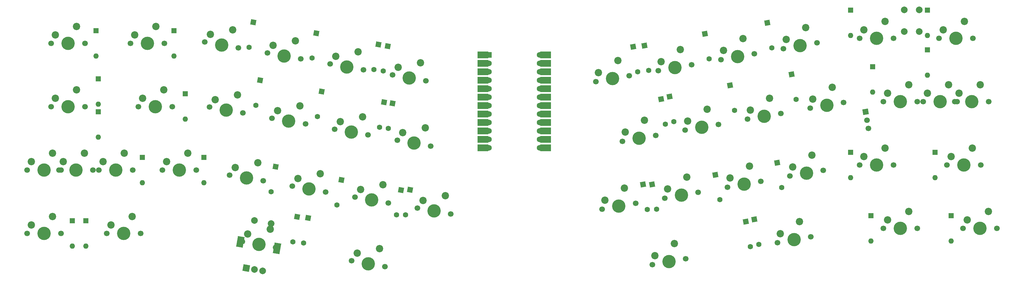
<source format=gts>
G04 #@! TF.GenerationSoftware,KiCad,Pcbnew,(6.0.6-69-g6d26e8e3e8)*
G04 #@! TF.CreationDate,2022-07-20T16:21:00-04:00*
G04 #@! TF.ProjectId,alish40,616c6973-6834-4302-9e6b-696361645f70,rev?*
G04 #@! TF.SameCoordinates,Original*
G04 #@! TF.FileFunction,Soldermask,Top*
G04 #@! TF.FilePolarity,Negative*
%FSLAX46Y46*%
G04 Gerber Fmt 4.6, Leading zero omitted, Abs format (unit mm)*
G04 Created by KiCad (PCBNEW (6.0.6-69-g6d26e8e3e8)) date 2022-07-20 16:21:00*
%MOMM*%
%LPD*%
G01*
G04 APERTURE LIST*
G04 Aperture macros list*
%AMHorizOval*
0 Thick line with rounded ends*
0 $1 width*
0 $2 $3 position (X,Y) of the first rounded end (center of the circle)*
0 $4 $5 position (X,Y) of the second rounded end (center of the circle)*
0 Add line between two ends*
20,1,$1,$2,$3,$4,$5,0*
0 Add two circle primitives to create the rounded ends*
1,1,$1,$2,$3*
1,1,$1,$4,$5*%
%AMRotRect*
0 Rectangle, with rotation*
0 The origin of the aperture is its center*
0 $1 length*
0 $2 width*
0 $3 Rotation angle, in degrees counterclockwise*
0 Add horizontal line*
21,1,$1,$2,0,0,$3*%
G04 Aperture macros list end*
%ADD10C,4.000000*%
%ADD11C,1.700000*%
%ADD12C,2.200000*%
%ADD13R,1.752600X1.752600*%
%ADD14R,3.250000X2.000000*%
%ADD15C,1.752600*%
%ADD16RotRect,3.200000X2.000000X80.000000*%
%ADD17RotRect,2.000000X2.000000X80.000000*%
%ADD18C,2.000000*%
%ADD19RotRect,1.600000X1.600000X260.000000*%
%ADD20HorizOval,1.600000X0.000000X0.000000X0.000000X0.000000X0*%
%ADD21R,1.600000X1.600000*%
%ADD22O,1.600000X1.600000*%
%ADD23RotRect,1.600000X1.600000X280.000000*%
%ADD24HorizOval,1.600000X0.000000X0.000000X0.000000X0.000000X0*%
%ADD25RotRect,1.700000X1.700000X190.000000*%
%ADD26HorizOval,1.700000X0.000000X0.000000X0.000000X0.000000X0*%
G04 APERTURE END LIST*
D10*
X306589546Y-128320776D03*
D11*
X301586723Y-129202908D03*
X311592369Y-127438643D03*
D12*
X308208825Y-122876886D03*
X302396362Y-126480964D03*
D10*
X287828957Y-131628774D03*
D11*
X282826134Y-132510906D03*
X292831780Y-130746641D03*
D12*
X289448236Y-126184884D03*
X283635773Y-129788962D03*
D11*
X83085231Y-146416596D03*
D10*
X78005231Y-146416596D03*
D11*
X72925231Y-146416596D03*
D12*
X80545231Y-141336596D03*
X74195231Y-143876596D03*
D11*
X116422731Y-108316597D03*
D10*
X111342731Y-108316597D03*
D11*
X106262731Y-108316597D03*
D12*
X113882731Y-103236597D03*
X107532731Y-105776597D03*
D11*
X193854973Y-120149718D03*
D10*
X188852150Y-119267585D03*
D11*
X183849326Y-118385452D03*
D12*
X192235694Y-114705828D03*
X185541098Y-116104574D03*
D11*
X96737731Y-146416595D03*
D10*
X101817731Y-146416595D03*
D11*
X106897731Y-146416595D03*
D12*
X104357731Y-141336595D03*
X98007731Y-143876595D03*
D11*
X245304960Y-139126903D03*
D10*
X250307783Y-138244771D03*
D11*
X255310606Y-137362638D03*
D12*
X251927062Y-132800881D03*
X246114599Y-136404959D03*
D11*
X127567562Y-108461460D03*
X137573209Y-110225726D03*
D10*
X132570386Y-109343593D03*
D12*
X135953930Y-104781836D03*
X129259334Y-106180582D03*
D10*
X327566250Y-125829998D03*
D11*
X332646250Y-125829998D03*
X322486250Y-125829998D03*
D12*
X330106250Y-120749998D03*
X323756250Y-123289998D03*
D11*
X143645671Y-130640343D03*
D10*
X138642848Y-129758210D03*
D11*
X133640024Y-128876077D03*
D12*
X142026392Y-125196453D03*
X135331796Y-126595199D03*
D11*
X156333800Y-113533724D03*
X146328153Y-111769458D03*
D10*
X151330977Y-112651591D03*
D12*
X154714521Y-108089834D03*
X148019925Y-109488580D03*
D10*
X358522501Y-144879999D03*
D11*
X353442501Y-144879999D03*
X363602501Y-144879999D03*
D12*
X361062501Y-139799999D03*
X354712501Y-142339999D03*
D11*
X144946003Y-92181873D03*
D10*
X149948827Y-93064006D03*
D11*
X154951650Y-93946139D03*
D12*
X153332371Y-88502249D03*
X146637775Y-89900995D03*
D11*
X114041000Y-89266597D03*
D10*
X108961000Y-89266597D03*
D11*
X103881000Y-89266597D03*
D12*
X111501000Y-84186597D03*
X105151000Y-86726597D03*
D11*
X261382902Y-116948049D03*
D10*
X256380079Y-117830182D03*
D11*
X251377256Y-118712314D03*
D12*
X257999358Y-112386292D03*
X252186895Y-115990370D03*
D11*
X299660874Y-90854733D03*
X309666520Y-89090468D03*
D10*
X304663697Y-89972601D03*
D12*
X306282976Y-84528711D03*
X300470513Y-88132789D03*
D11*
X329630000Y-106780000D03*
D10*
X334710000Y-106780000D03*
D11*
X339790000Y-106780000D03*
D12*
X337250000Y-101700000D03*
X330900000Y-104240000D03*
D11*
X339789999Y-144880000D03*
D10*
X334709999Y-144880000D03*
D11*
X329629999Y-144880000D03*
D12*
X337249999Y-139800000D03*
X330899999Y-142340000D03*
D11*
X253384756Y-99014462D03*
D10*
X248381933Y-99896595D03*
D11*
X243379110Y-100778727D03*
D12*
X250001212Y-94452705D03*
X244188749Y-98056783D03*
D10*
X194924615Y-139682203D03*
D11*
X199927438Y-140564336D03*
X189921791Y-138800070D03*
D12*
X198308159Y-135120446D03*
X191613563Y-136519192D03*
D10*
X275140666Y-114522185D03*
D11*
X280143489Y-113640052D03*
X270137843Y-115404317D03*
D12*
X276759945Y-109078295D03*
X270947482Y-112682373D03*
D13*
X211350000Y-92770687D03*
D14*
X209572000Y-92770687D03*
X209572000Y-95310687D03*
D15*
X211350000Y-95310687D03*
X211350000Y-97850687D03*
D14*
X209572000Y-97850687D03*
X209572000Y-100390687D03*
D15*
X211350000Y-100390687D03*
D14*
X209572000Y-102930687D03*
D15*
X211350000Y-102930687D03*
D14*
X209572000Y-105470687D03*
D15*
X211350000Y-105470687D03*
X211350000Y-108010687D03*
D14*
X209572000Y-108010687D03*
X209572000Y-110550687D03*
D15*
X211350000Y-110550687D03*
D14*
X209572000Y-113090687D03*
D15*
X211350000Y-113090687D03*
X211350000Y-115630687D03*
D14*
X209572000Y-115630687D03*
X209572000Y-118170687D03*
D15*
X211350000Y-118170687D03*
X211350000Y-120710687D03*
D14*
X209572000Y-120710687D03*
D15*
X226590000Y-120710687D03*
D14*
X228368000Y-120710687D03*
X228368000Y-118170687D03*
D15*
X226590000Y-118170687D03*
X226590000Y-115630687D03*
D14*
X228368000Y-115630687D03*
D15*
X226590000Y-113090687D03*
D14*
X228368000Y-113090687D03*
D15*
X226590000Y-110550687D03*
D14*
X228368000Y-110550687D03*
X228368000Y-108010687D03*
D15*
X226590000Y-108010687D03*
X226590000Y-105470687D03*
D14*
X228368000Y-105470687D03*
D15*
X226590000Y-102930687D03*
D14*
X228368000Y-102930687D03*
D15*
X226590000Y-100390687D03*
D14*
X228368000Y-100390687D03*
X228368000Y-97850687D03*
D15*
X226590000Y-97850687D03*
X226590000Y-95310687D03*
D14*
X228368000Y-95310687D03*
D15*
X226590000Y-92770687D03*
D14*
X228368000Y-92770687D03*
D11*
X92610230Y-127366596D03*
X82450230Y-127366596D03*
D10*
X87530230Y-127366596D03*
D12*
X90070230Y-122286596D03*
X83720230Y-124826596D03*
D11*
X182467177Y-98797867D03*
X192472824Y-100562133D03*
D10*
X187470001Y-99680000D03*
D12*
X190853545Y-95118243D03*
X184158949Y-96516989D03*
D11*
X162406266Y-133948341D03*
X152400619Y-132184075D03*
D10*
X157403443Y-133066208D03*
D12*
X160786987Y-128504451D03*
X154092391Y-129903197D03*
D10*
X312661841Y-107906188D03*
D11*
X307659018Y-108788320D03*
X317664664Y-107024055D03*
D12*
X314281120Y-102462298D03*
X308468657Y-106066376D03*
D10*
X269068370Y-134936772D03*
D11*
X274071193Y-134054639D03*
X264065547Y-135818904D03*
D12*
X270687649Y-129492882D03*
X264875186Y-133096960D03*
D11*
X163706589Y-95489866D03*
X173712236Y-97254132D03*
D10*
X168709413Y-96371999D03*
D12*
X172092957Y-91810242D03*
X165398361Y-93208988D03*
D10*
X293901256Y-111214187D03*
D11*
X298904079Y-110332054D03*
X288898433Y-112096319D03*
D12*
X295520535Y-105770297D03*
X289708072Y-109374375D03*
D10*
X131188236Y-89756006D03*
D11*
X126185412Y-88873873D03*
X136191059Y-90638139D03*
D12*
X134571780Y-85194249D03*
X127877184Y-86592995D03*
D11*
X175094382Y-116841721D03*
X165088735Y-115077455D03*
D10*
X170091559Y-115959588D03*
D12*
X173475103Y-111397831D03*
X166780507Y-112796577D03*
D11*
X272145346Y-95706463D03*
D10*
X267142523Y-96588596D03*
D11*
X262139700Y-97470728D03*
D12*
X268761802Y-91144706D03*
X262949339Y-94748784D03*
D16*
X136822118Y-148938909D03*
X147851964Y-150883769D03*
D17*
X138572660Y-156863277D03*
D18*
X143496699Y-157731518D03*
X141034680Y-157297397D03*
X146014598Y-143451805D03*
X141090559Y-142583564D03*
D10*
X285903111Y-93280599D03*
D11*
X280900288Y-94162731D03*
X290905934Y-92398466D03*
D12*
X287522390Y-87836709D03*
X281709927Y-91440787D03*
D10*
X85148981Y-89266597D03*
D11*
X90228981Y-89266597D03*
X80068981Y-89266597D03*
D12*
X87688981Y-84186597D03*
X81338981Y-86726597D03*
D10*
X302862322Y-148321863D03*
D11*
X307865145Y-147439730D03*
X297859499Y-149203995D03*
D12*
X304481601Y-142877973D03*
X298669138Y-146482051D03*
D11*
X180203928Y-156430428D03*
D10*
X175201105Y-155548295D03*
D11*
X170198281Y-154666162D03*
D12*
X178584649Y-150986538D03*
X171890053Y-152385284D03*
D11*
X83085231Y-127366596D03*
X72925231Y-127366596D03*
D10*
X78005231Y-127366596D03*
D12*
X80545231Y-122286596D03*
X74195231Y-124826596D03*
D10*
X265341147Y-154937858D03*
D11*
X260338324Y-155819990D03*
X270343970Y-154055725D03*
D12*
X266960426Y-149493968D03*
X261147963Y-153098046D03*
D11*
X104516481Y-127366597D03*
X94356481Y-127366597D03*
D10*
X99436481Y-127366597D03*
D12*
X101976481Y-122286597D03*
X95626481Y-124826597D03*
D11*
X356458751Y-87729999D03*
X346298751Y-87729999D03*
D10*
X351378751Y-87729999D03*
D12*
X353918751Y-82649999D03*
X347568751Y-85189999D03*
D10*
X142370078Y-149759296D03*
D11*
X137367254Y-148877163D03*
X147372901Y-150641429D03*
D12*
X145753622Y-145197539D03*
X139059026Y-146596285D03*
D10*
X346616250Y-106780000D03*
D11*
X341536250Y-106780000D03*
X351696250Y-106780000D03*
D12*
X349156250Y-101700000D03*
X342806250Y-104240000D03*
D11*
X332646252Y-87730002D03*
X322486252Y-87730002D03*
D10*
X327566252Y-87730002D03*
D12*
X330106252Y-82650002D03*
X323756252Y-85190002D03*
D11*
X361221249Y-106780001D03*
D10*
X356141249Y-106780001D03*
D11*
X351061249Y-106780001D03*
D12*
X358681249Y-101700001D03*
X352331249Y-104240001D03*
D11*
X181166850Y-137256339D03*
D10*
X176164027Y-136374206D03*
D11*
X171161203Y-135492073D03*
D12*
X179547571Y-131812449D03*
X172852975Y-133211195D03*
D11*
X80068981Y-108316597D03*
D10*
X85148981Y-108316597D03*
D11*
X90228981Y-108316597D03*
D12*
X87688981Y-103236597D03*
X81338981Y-105776597D03*
D11*
X358840000Y-125830001D03*
X348680000Y-125830001D03*
D10*
X353760000Y-125830001D03*
D12*
X356300000Y-120750001D03*
X349950000Y-123290001D03*
D10*
X118486481Y-127366599D03*
D11*
X123566481Y-127366599D03*
X113406481Y-127366599D03*
D12*
X121026481Y-122286599D03*
X114676481Y-124826599D03*
D19*
X153870000Y-141470000D03*
D20*
X152546801Y-148974235D03*
D21*
X94240000Y-99970000D03*
D22*
X94240000Y-107590000D03*
D23*
X254630000Y-90300000D03*
D24*
X255953199Y-97804235D03*
D21*
X94200000Y-109900000D03*
D22*
X94200000Y-117520000D03*
D23*
X276068401Y-86437883D03*
D24*
X277391600Y-93942118D03*
D21*
X125910000Y-123556599D03*
D22*
X125910000Y-131176599D03*
D21*
X326400000Y-96300000D03*
D22*
X326400000Y-103920000D03*
D19*
X178221600Y-89617883D03*
D20*
X176898401Y-97122118D03*
D21*
X345120000Y-122020001D03*
D22*
X345120000Y-129640001D03*
D19*
X142781600Y-100417883D03*
D20*
X141458401Y-107922118D03*
D19*
X179871600Y-106987883D03*
D20*
X178548401Y-114492118D03*
D21*
X93580000Y-85456597D03*
D22*
X93580000Y-93076597D03*
D23*
X297768401Y-125157883D03*
D24*
X299091600Y-132662118D03*
D19*
X182481600Y-107347883D03*
D20*
X181158401Y-114852118D03*
D21*
X325900000Y-141070000D03*
D22*
X325900000Y-148690000D03*
D18*
X340380000Y-85730000D03*
X340380000Y-79230000D03*
X335880000Y-85730000D03*
X335880000Y-79230000D03*
D23*
X288375000Y-142900000D03*
D24*
X289698199Y-150404235D03*
D21*
X342800000Y-79280000D03*
D22*
X342800000Y-86900000D03*
D21*
X120270000Y-104430000D03*
D22*
X120270000Y-112050000D03*
D23*
X279218401Y-128787883D03*
D24*
X280541600Y-136292118D03*
D21*
X342790000Y-91230000D03*
D22*
X342790000Y-98850000D03*
D21*
X107410000Y-123556597D03*
D22*
X107410000Y-131176597D03*
D23*
X290950000Y-142225000D03*
D24*
X292273199Y-149729235D03*
D23*
X283640000Y-101900000D03*
D24*
X284963199Y-109404235D03*
D21*
X319800000Y-79260000D03*
D22*
X319800000Y-86880000D03*
D21*
X319780000Y-122019998D03*
D22*
X319780000Y-129639998D03*
D19*
X180971600Y-90117883D03*
D20*
X179648401Y-97622118D03*
D19*
X157141600Y-141787883D03*
D20*
X155818401Y-149292118D03*
D21*
X116950000Y-85456597D03*
D22*
X116950000Y-93076597D03*
D21*
X349910000Y-141069999D03*
D22*
X349910000Y-148689999D03*
D25*
X324260000Y-109880000D03*
D26*
X324701066Y-112381412D03*
X325142133Y-114882823D03*
D23*
X260278401Y-131667883D03*
D24*
X261601600Y-139172118D03*
D23*
X294811448Y-83130483D03*
D24*
X296134647Y-90634718D03*
D19*
X159631600Y-86197883D03*
D20*
X158308401Y-93702118D03*
D23*
X257940000Y-89930000D03*
D24*
X259263199Y-97434235D03*
D19*
X184950000Y-133380000D03*
D20*
X183626801Y-140884235D03*
D19*
X161211600Y-103797883D03*
D20*
X159888401Y-111302118D03*
D23*
X262950000Y-106050000D03*
D24*
X264273199Y-113554235D03*
D21*
X90525000Y-142606595D03*
D22*
X90525000Y-150226595D03*
D19*
X167120000Y-130347883D03*
D20*
X165796801Y-137852118D03*
D21*
X86475000Y-142606596D03*
D22*
X86475000Y-150226596D03*
D19*
X187661600Y-133347883D03*
D20*
X186338401Y-140852118D03*
D23*
X257538401Y-131717883D03*
D24*
X258861600Y-139222118D03*
D23*
X302110000Y-98640000D03*
D24*
X303433199Y-106144235D03*
D23*
X265480000Y-105330000D03*
D24*
X266803199Y-112834235D03*
D19*
X147381600Y-126367883D03*
D20*
X146058401Y-133872118D03*
D19*
X140751600Y-82937883D03*
D20*
X139428401Y-90442118D03*
M02*

</source>
